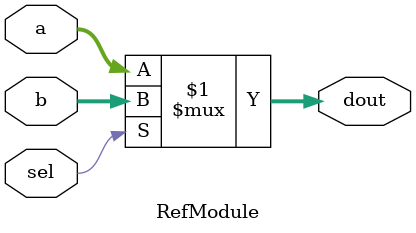
<source format=sv>

module RefModule (
  input [99:0] a,
  input [99:0] b,
  input sel,
  output [99:0] dout
);

  assign dout = sel ? b : a;

endmodule


</source>
